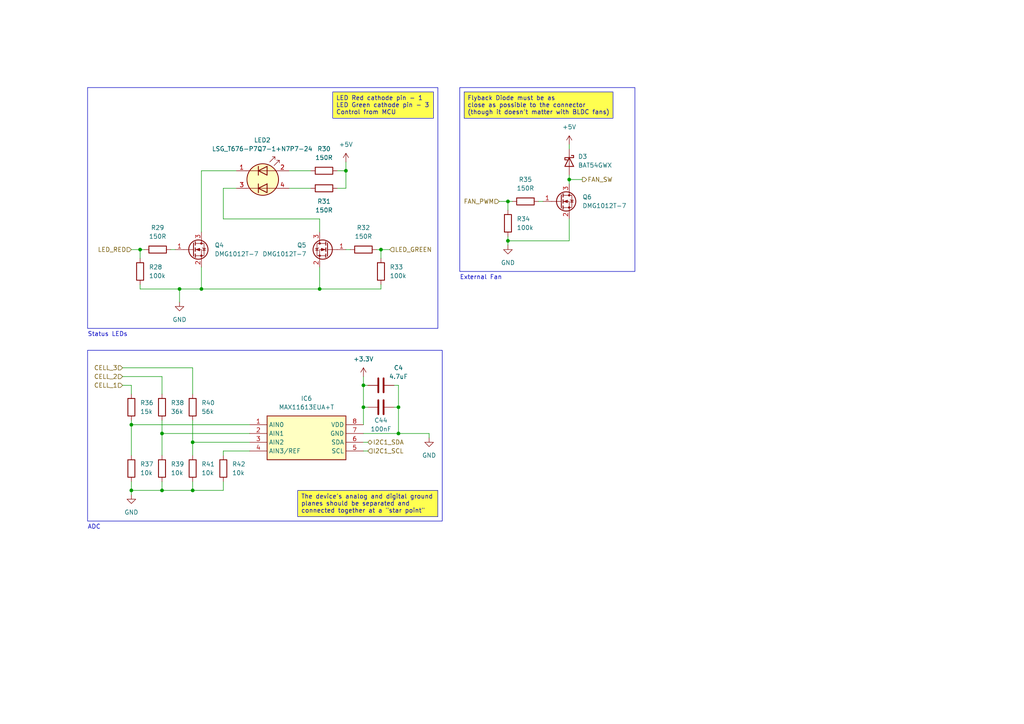
<source format=kicad_sch>
(kicad_sch (version 20230121) (generator eeschema)
  (paper "A4")
  (title_block (title "Additional Circuitry") (date "2024-01-27") (rev "1.0"))
  (lib_symbols
    (symbol "Device:C" (pin_numbers hide) (pin_names (offset 0.254))
      (property "Reference" "C" (at 0.635 2.54 0))
      (property "Value" "C" (at 0.635 -2.54 0))
      (symbol "C_0_1"
        (polyline (pts (xy -2.032 -0.762) (xy 2.032 -0.762)) (stroke (width 0.508)))
        (polyline (pts (xy -2.032 0.762) (xy 2.032 0.762)) (stroke (width 0.508)))
      )
      (symbol "C_1_1"
        (pin passive line (at 0 3.81 270) (length 2.794) (name "~") (number "1"))
        (pin passive line (at 0 -3.81 90) (length 2.794) (name "~") (number "2"))
      )
    )
    (symbol "Device:D_Schottky" (pin_numbers hide) (pin_names (offset 1.016) hide)
      (property "Reference" "D" (at 0 2.54 0))
      (property "Value" "D_Schottky" (at 0 -2.54 0))
      (symbol "D_Schottky_0_1"
        (polyline (pts (xy 1.27 0) (xy -1.27 0)))
        (polyline (pts (xy 1.27 1.27) (xy 1.27 -1.27) (xy -1.27 0) (xy 1.27 1.27)) (stroke (width 0.254)))
        (polyline (pts (xy -1.905 0.635) (xy -1.905 1.27) (xy -1.27 1.27) (xy -1.27 -1.27) (xy -0.635 -1.27) (xy -0.635 -0.635)) (stroke (width 0.254)))
      )
      (symbol "D_Schottky_1_1"
        (pin passive line (at -3.81 0 0) (length 2.54) (name "K") (number "1"))
        (pin passive line (at 3.81 0 180) (length 2.54) (name "A") (number "2"))
      )
    )
    (symbol "Device:LED_Dual_KAKA" (pin_names (offset 0) hide)
      (property "Reference" "D" (at 0 5.715 0))
      (property "Value" "LED_Dual_KAKA" (at 0 -6.35 0))
      (symbol "LED_Dual_KAKA_0_1"
        (polyline (pts (xy -5.08 -2.54) (xy 2.032 -2.54)))
        (polyline (pts (xy -5.08 2.54) (xy 2.032 2.54)))
        (polyline (pts (xy -1.27 -1.27) (xy -1.27 -3.81)) (stroke (width 0.254)))
        (polyline (pts (xy -1.27 3.81) (xy -1.27 1.27)) (stroke (width 0.254)))
        (polyline (pts (xy 3.81 -2.54) (xy 1.905 -2.54)))
        (polyline (pts (xy 3.81 2.54) (xy 1.905 2.54)))
        (polyline (pts (xy 1.27 -1.27) (xy 1.27 -3.81) (xy -1.27 -2.54) (xy 1.27 -1.27)) (stroke (width 0.254)))
        (polyline (pts (xy 1.27 3.81) (xy 1.27 1.27) (xy -1.27 2.54) (xy 1.27 3.81)) (stroke (width 0.254)))
        (polyline (pts (xy 2.032 5.08) (xy 3.556 6.604) (xy 2.794 6.604) (xy 3.556 6.604) (xy 3.556 5.842)))
        (polyline (pts (xy 3.302 4.064) (xy 4.826 5.588) (xy 4.064 5.588) (xy 4.826 5.588) (xy 4.826 4.826)))
        (circle (center 0 0) (radius 4.572) (stroke (width 0.254)) (fill (type background)))
      )
      (symbol "LED_Dual_KAKA_1_1"
        (pin input line (at -7.62 2.54 0) (length 3.048) (name "A1") (number "1"))
        (pin input line (at 7.62 2.54 180) (length 3.81) (name "K1") (number "2"))
        (pin input line (at -7.62 -2.54 0) (length 3.048) (name "A2") (number "3"))
        (pin input line (at 7.62 -2.54 180) (length 3.81) (name "K2") (number "4"))
      )
    )
    (symbol "Device:Q_NMOS_GSD" (pin_names (offset 0) hide)
      (property "Reference" "Q" (at 5.08 1.27 0))
      (property "Value" "Q_NMOS_GSD" (at 5.08 -1.27 0))
      (symbol "Q_NMOS_GSD_0_1"
        (polyline (pts (xy 0.254 0) (xy -2.54 0)))
        (polyline (pts (xy 0.254 1.905) (xy 0.254 -1.905)) (stroke (width 0.254)))
        (polyline (pts (xy 0.762 -1.27) (xy 0.762 -2.286)) (stroke (width 0.254)))
        (polyline (pts (xy 0.762 0.508) (xy 0.762 -0.508)) (stroke (width 0.254)))
        (polyline (pts (xy 0.762 2.286) (xy 0.762 1.27)) (stroke (width 0.254)))
        (polyline (pts (xy 2.54 2.54) (xy 2.54 1.778)))
        (polyline (pts (xy 2.54 -2.54) (xy 2.54 0) (xy 0.762 0)))
        (polyline (pts (xy 0.762 -1.778) (xy 3.302 -1.778) (xy 3.302 1.778) (xy 0.762 1.778)))
        (polyline (pts (xy 1.016 0) (xy 2.032 0.381) (xy 2.032 -0.381) (xy 1.016 0)) (fill (type outline)))
        (polyline (pts (xy 2.794 0.508) (xy 2.921 0.381) (xy 3.683 0.381) (xy 3.81 0.254)))
        (polyline (pts (xy 3.302 0.381) (xy 2.921 -0.254) (xy 3.683 -0.254) (xy 3.302 0.381)))
        (circle (center 1.651 0) (radius 2.794) (stroke (width 0.254)))
        (circle (center 2.54 -1.778) (radius 0.254) (fill (type outline)))
        (circle (center 2.54 1.778) (radius 0.254) (fill (type outline)))
      )
      (symbol "Q_NMOS_GSD_1_1"
        (pin input line (at -5.08 0 0) (length 2.54) (name "G") (number "1"))
        (pin passive line (at 2.54 -5.08 90) (length 2.54) (name "S") (number "2"))
        (pin passive line (at 2.54 5.08 270) (length 2.54) (name "D") (number "3"))
      )
    )
    (symbol "Device:R" (pin_numbers hide) (pin_names (offset 0))
      (property "Reference" "R" (at 2.032 0 90))
      (property "Value" "R" (at 0 0 90))
      (symbol "R_0_1"
        (rectangle (start -1.016 -2.54) (end 1.016 2.54) (stroke (width 0.254)))
      )
      (symbol "R_1_1"
        (pin passive line (at 0 3.81 270) (length 1.27) (name "~") (number "1"))
        (pin passive line (at 0 -3.81 90) (length 1.27) (name "~") (number "2"))
      )
    )
    (symbol "parts:MAX11613EUA+T"
      (property "Reference" "IC" (at 29.21 7.62 0))
      (property "Value" "MAX11613EUA+T" (at 29.21 5.08 0))
      (symbol "MAX11613EUA+T_1_1"
        (rectangle (start 5.08 2.54) (end 27.94 -10.16) (stroke (width 0.254)) (fill (type background)))
        (pin passive line (at 0 0 0) (length 5.08) (name "AIN0") (number "1"))
        (pin passive line (at 0 -2.54 0) (length 5.08) (name "AIN1") (number "2"))
        (pin passive line (at 0 -5.08 0) (length 5.08) (name "AIN2") (number "3"))
        (pin passive line (at 0 -7.62 0) (length 5.08) (name "AIN3/REF") (number "4"))
        (pin passive line (at 33.02 -7.62 180) (length 5.08) (name "SCL") (number "5"))
        (pin passive line (at 33.02 -5.08 180) (length 5.08) (name "SDA") (number "6"))
        (pin passive line (at 33.02 -2.54 180) (length 5.08) (name "GND") (number "7"))
        (pin passive line (at 33.02 0 180) (length 5.08) (name "VDD") (number "8"))
      )
    )
    (symbol "power:+3.3V" (power) (pin_names (offset 0))
      (property "Value" "+3.3V" (at 0 3.556 0))
      (symbol "+3.3V_0_1"
        (polyline (pts (xy -0.762 1.27) (xy 0 2.54)))
        (polyline (pts (xy 0 0) (xy 0 2.54)))
        (polyline (pts (xy 0 2.54) (xy 0.762 1.27)))
      )
      (symbol "+3.3V_1_1"
        (pin power_in line (at 0 0 90) (length 0) hide (name "+3.3V") (number "1"))
      )
    )
    (symbol "power:+5V" (power) (pin_names (offset 0))
      (property "Value" "+5V" (at 0 3.556 0))
      (symbol "+5V_0_1"
        (polyline (pts (xy -0.762 1.27) (xy 0 2.54)))
        (polyline (pts (xy 0 0) (xy 0 2.54)))
        (polyline (pts (xy 0 2.54) (xy 0.762 1.27)))
      )
      (symbol "+5V_1_1"
        (pin power_in line (at 0 0 90) (length 0) hide (name "+5V") (number "1"))
      )
    )
    (symbol "power:GND" (power) (pin_names (offset 0))
      (property "Value" "GND" (at 0 -3.81 0))
      (symbol "GND_0_1"
        (polyline (pts (xy 0 0) (xy 0 -1.27) (xy 1.27 -1.27) (xy 0 -2.54) (xy -1.27 -1.27) (xy 0 -1.27)))
      )
      (symbol "GND_1_1"
        (pin power_in line (at 0 0 270) (length 0) hide (name "GND") (number "1"))
      )
    )
  )
  (junction (at 55.88 142.24))
  (junction (at 38.1 142.24))
  (junction (at 52.07 83.82))
  (junction (at 46.99 125.73))
  (junction (at 55.88 128.27))
  (junction (at 40.64 72.39))
  (junction (at 46.99 142.24))
  (junction (at 110.49 72.39))
  (junction (at 92.71 83.82))
  (junction (at 147.32 69.85))
  (junction (at 105.41 118.11))
  (junction (at 38.1 123.19))
  (junction (at 100.33 49.53))
  (junction (at 105.41 111.76))
  (junction (at 147.32 58.42))
  (junction (at 58.42 83.82))
  (junction (at 165.1 52.07))
  (junction (at 115.57 125.73))
  (junction (at 115.57 118.11))
  (wire (pts (xy 105.41 128.27) (xy 106.68 128.27)))
  (wire (pts (xy 64.77 54.61) (xy 64.77 63.5)))
  (wire (pts (xy 40.64 82.55) (xy 40.64 83.82)))
  (wire (pts (xy 110.49 72.39) (xy 110.49 74.93)))
  (wire (pts (xy 92.71 77.47) (xy 92.71 83.82)))
  (wire (pts (xy 97.79 54.61) (xy 100.33 54.61)))
  (wire (pts (xy 114.3 111.76) (xy 115.57 111.76)))
  (wire (pts (xy 83.82 49.53) (xy 90.17 49.53)))
  (wire (pts (xy 92.71 83.82) (xy 110.49 83.82)))
  (wire (pts (xy 38.1 111.76) (xy 38.1 114.3)))
  (wire (pts (xy 106.68 118.11) (xy 105.41 118.11)))
  (wire (pts (xy 105.41 109.22) (xy 105.41 111.76)))
  (wire (pts (xy 147.32 68.58) (xy 147.32 69.85)))
  (wire (pts (xy 147.32 69.85) (xy 165.1 69.85)))
  (wire (pts (xy 38.1 142.24) (xy 38.1 143.51)))
  (wire (pts (xy 105.41 118.11) (xy 105.41 123.19)))
  (wire (pts (xy 46.99 139.7) (xy 46.99 142.24)))
  (wire (pts (xy 165.1 50.8) (xy 165.1 52.07)))
  (wire (pts (xy 64.77 139.7) (xy 64.77 142.24)))
  (wire (pts (xy 40.64 72.39) (xy 41.91 72.39)))
  (wire (pts (xy 105.41 111.76) (xy 106.68 111.76)))
  (wire (pts (xy 52.07 83.82) (xy 52.07 87.63)))
  (wire (pts (xy 110.49 82.55) (xy 110.49 83.82)))
  (wire (pts (xy 165.1 41.91) (xy 165.1 43.18)))
  (wire (pts (xy 58.42 77.47) (xy 58.42 83.82)))
  (wire (pts (xy 38.1 123.19) (xy 38.1 132.08)))
  (wire (pts (xy 55.88 128.27) (xy 72.39 128.27)))
  (wire (pts (xy 105.41 125.73) (xy 115.57 125.73)))
  (wire (pts (xy 156.21 58.42) (xy 157.48 58.42)))
  (wire (pts (xy 100.33 72.39) (xy 101.6 72.39)))
  (wire (pts (xy 165.1 52.07) (xy 165.1 53.34)))
  (wire (pts (xy 46.99 125.73) (xy 72.39 125.73)))
  (wire (pts (xy 92.71 63.5) (xy 92.71 67.31)))
  (wire (pts (xy 105.41 130.81) (xy 106.68 130.81)))
  (wire (pts (xy 115.57 111.76) (xy 115.57 118.11)))
  (wire (pts (xy 55.88 139.7) (xy 55.88 142.24)))
  (wire (pts (xy 68.58 54.61) (xy 64.77 54.61)))
  (wire (pts (xy 35.56 106.68) (xy 55.88 106.68)))
  (wire (pts (xy 165.1 52.07) (xy 168.91 52.07)))
  (wire (pts (xy 35.56 111.76) (xy 38.1 111.76)))
  (wire (pts (xy 46.99 121.92) (xy 46.99 125.73)))
  (wire (pts (xy 144.78 58.42) (xy 147.32 58.42)))
  (wire (pts (xy 115.57 118.11) (xy 115.57 125.73)))
  (wire (pts (xy 64.77 130.81) (xy 64.77 132.08)))
  (wire (pts (xy 55.88 121.92) (xy 55.88 128.27)))
  (wire (pts (xy 124.46 125.73) (xy 124.46 127)))
  (wire (pts (xy 115.57 125.73) (xy 124.46 125.73)))
  (wire (pts (xy 55.88 128.27) (xy 55.88 132.08)))
  (wire (pts (xy 68.58 49.53) (xy 58.42 49.53)))
  (wire (pts (xy 38.1 139.7) (xy 38.1 142.24)))
  (wire (pts (xy 55.88 106.68) (xy 55.88 114.3)))
  (wire (pts (xy 147.32 60.96) (xy 147.32 58.42)))
  (wire (pts (xy 46.99 142.24) (xy 38.1 142.24)))
  (wire (pts (xy 49.53 72.39) (xy 50.8 72.39)))
  (wire (pts (xy 64.77 142.24) (xy 55.88 142.24)))
  (wire (pts (xy 58.42 49.53) (xy 58.42 67.31)))
  (wire (pts (xy 114.3 118.11) (xy 115.57 118.11)))
  (wire (pts (xy 38.1 72.39) (xy 40.64 72.39)))
  (wire (pts (xy 147.32 69.85) (xy 147.32 71.12)))
  (wire (pts (xy 35.56 109.22) (xy 46.99 109.22)))
  (wire (pts (xy 100.33 54.61) (xy 100.33 49.53)))
  (wire (pts (xy 147.32 58.42) (xy 148.59 58.42)))
  (wire (pts (xy 105.41 111.76) (xy 105.41 118.11)))
  (wire (pts (xy 110.49 72.39) (xy 113.03 72.39)))
  (wire (pts (xy 55.88 142.24) (xy 46.99 142.24)))
  (wire (pts (xy 52.07 83.82) (xy 58.42 83.82)))
  (wire (pts (xy 100.33 46.99) (xy 100.33 49.53)))
  (wire (pts (xy 40.64 74.93) (xy 40.64 72.39)))
  (wire (pts (xy 165.1 69.85) (xy 165.1 63.5)))
  (wire (pts (xy 40.64 83.82) (xy 52.07 83.82)))
  (wire (pts (xy 46.99 125.73) (xy 46.99 132.08)))
  (wire (pts (xy 58.42 83.82) (xy 92.71 83.82)))
  (wire (pts (xy 46.99 109.22) (xy 46.99 114.3)))
  (wire (pts (xy 64.77 63.5) (xy 92.71 63.5)))
  (wire (pts (xy 109.22 72.39) (xy 110.49 72.39)))
  (wire (pts (xy 38.1 123.19) (xy 72.39 123.19)))
  (wire (pts (xy 100.33 49.53) (xy 97.79 49.53)))
  (wire (pts (xy 83.82 54.61) (xy 90.17 54.61)))
  (wire (pts (xy 72.39 130.81) (xy 64.77 130.81)))
  (wire (pts (xy 38.1 121.92) (xy 38.1 123.19)))
  (rectangle (start 25.4 25.4) (end 127 95.25))
  (rectangle (start 133.35 25.4) (end 184.15 78.74))
  (rectangle (start 25.4 101.6) (end 128.27 151.13))
  (text_box "Flyback Diode must be as\nclose as possible to the connector\n(though it doesn't matter with BLDC fans)" (at 134.62 26.67 0) (size 43.18 7.62) (fill (type color) (color 255 255 80 1)) (effects (font (size 1.27 1.27)) (justify left top)))
  (text_box "LED Red cathode pin - 1\nLED Green cathode pin - 3\nControl from MCU" (at 96.52 26.67 0) (size 29.21 7.62) (fill (type color) (color 255 255 80 1)) (effects (font (size 1.27 1.27)) (justify left top)))
  (text_box "The device's analog and digital ground planes should be separated and connected together at a \"star point\"" (at 86.36 142.24 0) (size 40.64 7.62) (fill (type color) (color 255 255 80 1)) (effects (font (size 1.27 1.27)) (justify left top)))
  (text "External Fan" (at 133.35 81.28 0) (effects (font (size 1.27 1.27)) (justify left bottom)))
  (text "Status LEDs" (at 25.4 97.79 0) (effects (font (size 1.27 1.27)) (justify left bottom)))
  (text "ADC" (at 25.4 153.67 0) (effects (font (size 1.27 1.27)) (justify left bottom)))
  (hierarchical_label "CELL_3" (shape input) (at 35.56 106.68 180))
  (hierarchical_label "LED_RED" (shape input) (at 38.1 72.39 180))
  (hierarchical_label "FAN_PWM" (shape input) (at 144.78 58.42 180))
  (hierarchical_label "FAN_SW" (shape output) (at 168.91 52.07 0))
  (hierarchical_label "CELL_2" (shape input) (at 35.56 109.22 180))
  (hierarchical_label "I2C1_SCL" (shape input) (at 106.68 130.81 0))
  (hierarchical_label "I2C1_SDA" (shape bidirectional) (at 106.68 128.27 0))
  (hierarchical_label "CELL_1" (shape input) (at 35.56 111.76 180))
  (hierarchical_label "LED_GREEN" (shape input) (at 113.03 72.39 0))
  (symbol (lib_id "power:GND") (at 147.32 71.12 0) (unit 1)
    (property "Reference" "#PWR0158" (effects hide))
    (property "Value" "GND" (at 147.32 76.2 0))
  )
  (symbol (lib_id "Device:R") (at 93.98 54.61 90) (unit 1)
    (property "Reference" "R31" (at 93.98 58.42 90))
    (property "Value" "150R" (at 93.98 60.96 90))
    (property "Footprint" "Resistor_SMD:R_0603_1608Metric" (effects hide))
  )
  (symbol (lib_id "Device:Q_NMOS_GSD") (at 95.25 72.39 0) (mirror y) (unit 1)
    (property "Reference" "Q5" (at 88.9 71.12 0) (effects (justify left)))
    (property "Value" "DMG1012T-7" (at 88.9 73.66 0) (effects (justify left)))
    (property "Footprint" "parts:SOT50P160X80-3N" (effects hide))
  )
  (symbol (lib_id "Device:R") (at 38.1 118.11 0) (unit 1)
    (property "Reference" "R36" (at 40.64 116.84 0) (effects (justify left)))
    (property "Value" "15k" (at 40.64 119.38 0) (effects (justify left)))
    (property "Footprint" "Resistor_SMD:R_0603_1608Metric" (effects hide))
  )
  (symbol (lib_id "power:+5V") (at 165.1 41.91 0) (unit 1)
    (property "Reference" "#PWR0159" (effects hide))
    (property "Value" "+5V" (at 165.1 36.83 0))
  )
  (symbol (lib_id "Device:R") (at 110.49 78.74 0) (unit 1)
    (property "Reference" "R33" (at 113.03 77.47 0) (effects (justify left)))
    (property "Value" "100k" (at 113.03 80.01 0) (effects (justify left)))
    (property "Footprint" "Resistor_SMD:R_0603_1608Metric" (effects hide))
  )
  (symbol (lib_id "Device:R") (at 55.88 135.89 0) (unit 1)
    (property "Reference" "R41" (at 58.42 134.62 0) (effects (justify left)))
    (property "Value" "10k" (at 58.42 137.16 0) (effects (justify left)))
    (property "Footprint" "Resistor_SMD:R_0603_1608Metric" (effects hide))
  )
  (symbol (lib_id "Device:R") (at 46.99 118.11 0) (unit 1)
    (property "Reference" "R38" (at 49.53 116.84 0) (effects (justify left)))
    (property "Value" "36k" (at 49.53 119.38 0) (effects (justify left)))
    (property "Footprint" "Resistor_SMD:R_0603_1608Metric" (effects hide))
  )
  (symbol (lib_id "power:+3.3V") (at 105.41 109.22 0) (unit 1)
    (property "Reference" "#PWR0154" (effects hide))
    (property "Value" "+3.3V" (at 105.41 104.14 0))
  )
  (symbol (lib_id "power:GND") (at 52.07 87.63 0) (unit 1)
    (property "Reference" "#PWR0157" (effects hide))
    (property "Value" "GND" (at 52.07 92.71 0))
  )
  (symbol (lib_id "Device:Q_NMOS_GSD") (at 55.88 72.39 0) (unit 1)
    (property "Reference" "Q4" (at 62.23 71.12 0) (effects (justify left)))
    (property "Value" "DMG1012T-7" (at 62.23 73.66 0) (effects (justify left)))
    (property "Footprint" "parts:SOT50P160X80-3N" (effects hide))
  )
  (symbol (lib_id "Device:R") (at 55.88 118.11 0) (unit 1)
    (property "Reference" "R40" (at 58.42 116.84 0) (effects (justify left)))
    (property "Value" "56k" (at 58.42 119.38 0) (effects (justify left)))
    (property "Footprint" "Resistor_SMD:R_0603_1608Metric" (effects hide))
  )
  (symbol (lib_id "Device:R") (at 105.41 72.39 90) (unit 1)
    (property "Reference" "R32" (at 105.41 66.04 90))
    (property "Value" "150R" (at 105.41 68.58 90))
    (property "Footprint" "Resistor_SMD:R_0603_1608Metric" (effects hide))
  )
  (symbol (lib_id "Device:D_Schottky") (at 165.1 46.99 270) (unit 1)
    (property "Reference" "D3" (at 167.64 45.4025 90) (effects (justify left)))
    (property "Value" "BAT54GWX" (at 167.64 47.9425 90) (effects (justify left)))
    (property "Footprint" "parts:SOD123" (effects hide))
  )
  (symbol (lib_id "power:GND") (at 124.46 127 0) (unit 1)
    (property "Reference" "#PWR0155" (effects hide))
    (property "Value" "GND" (at 124.46 132.08 0))
  )
  (symbol (lib_id "power:GND") (at 38.1 143.51 0) (unit 1)
    (property "Reference" "#PWR0153" (effects hide))
    (property "Value" "GND" (at 38.1 148.59 0))
  )
  (symbol (lib_id "Device:R") (at 93.98 49.53 90) (unit 1)
    (property "Reference" "R30" (at 93.98 43.18 90))
    (property "Value" "150R" (at 93.98 45.72 90))
    (property "Footprint" "Resistor_SMD:R_0603_1608Metric" (effects hide))
  )
  (symbol (lib_id "Device:LED_Dual_KAKA") (at 76.2 52.07 0) (unit 1)
    (property "Reference" "LED2" (at 76.073 40.64 0))
    (property "Value" "LSG_T676-P7Q7-1+N7P7-24" (at 76.073 43.18 0))
    (property "Footprint" "parts:LSGT676P7Q71N7P724" (effects hide))
  )
  (symbol (lib_id "Device:C") (at 110.49 118.11 90) (unit 1)
    (property "Reference" "C44" (at 110.49 121.92 90))
    (property "Value" "100nF" (at 110.49 124.46 90))
    (property "Footprint" "Capacitor_SMD:C_0603_1608Metric" (effects hide))
  )
  (symbol (lib_id "Device:Q_NMOS_GSD") (at 162.56 58.42 0) (unit 1)
    (property "Reference" "Q6" (at 168.91 57.15 0) (effects (justify left)))
    (property "Value" "DMG1012T-7" (at 168.91 59.69 0) (effects (justify left)))
    (property "Footprint" "parts:SOT50P160X80-3N" (effects hide))
  )
  (symbol (lib_id "Device:R") (at 152.4 58.42 90) (unit 1)
    (property "Reference" "R35" (at 152.4 52.07 90))
    (property "Value" "150R" (at 152.4 54.61 90))
    (property "Footprint" "Resistor_SMD:R_0603_1608Metric" (effects hide))
  )
  (symbol (lib_id "power:+5V") (at 100.33 46.99 0) (unit 1)
    (property "Reference" "#PWR0156" (effects hide))
    (property "Value" "+5V" (at 100.33 41.91 0))
  )
  (symbol (lib_id "Device:R") (at 38.1 135.89 0) (unit 1)
    (property "Reference" "R37" (at 40.64 134.62 0) (effects (justify left)))
    (property "Value" "10k" (at 40.64 137.16 0) (effects (justify left)))
    (property "Footprint" "Resistor_SMD:R_0603_1608Metric" (effects hide))
  )
  (symbol (lib_id "parts:MAX11613EUA+T") (at 72.39 123.19 0) (unit 1)
    (property "Reference" "IC6" (at 88.9 115.57 0))
    (property "Value" "MAX11613EUA+T" (at 88.9 118.11 0))
    (property "Footprint" "parts:SOP65P490X110-8N" (effects hide))
    (property "Datasheet" "http://componentsearchengine.com/Datasheets/1/MAX11613EUA+T.pdf" (effects hide))
    (property "Height" "1.1" (effects hide))
    (property "Mouser Part Number" "700-MAX11613EUA+T" (effects hide))
    (property "Mouser Price/Stock" "https://www.mouser.co.uk/ProductDetail/Analog-Devices-Maxim-Integrated/MAX11613EUA%2bT?qs=d3kjJb5aE2Yh9e8LMjtS%252Bw%3D%3D" (effects hide))
    (property "Manufacturer_Name" "Analog Devices" (effects hide))
    (property "Manufacturer_Part_Number" "MAX11613EUA+T" (effects hide))
  )
  (symbol (lib_id "Device:R") (at 46.99 135.89 0) (unit 1)
    (property "Reference" "R39" (at 49.53 134.62 0) (effects (justify left)))
    (property "Value" "10k" (at 49.53 137.16 0) (effects (justify left)))
    (property "Footprint" "Resistor_SMD:R_0603_1608Metric" (effects hide))
  )
  (symbol (lib_id "Device:R") (at 45.72 72.39 90) (unit 1)
    (property "Reference" "R29" (at 45.72 66.04 90))
    (property "Value" "150R" (at 45.72 68.58 90))
    (property "Footprint" "Resistor_SMD:R_0603_1608Metric" (effects hide))
  )
  (symbol (lib_id "Device:C") (at 110.49 111.76 90) (unit 1)
    (property "Reference" "C4" (at 115.57 106.68 90))
    (property "Value" "4.7uF" (at 115.57 109.22 90))
    (property "Footprint" "Capacitor_SMD:C_0805_2012Metric" (effects hide))
    (property "Datasheet" "https://www.mouser.pl/datasheet/2/585/MLCC-1837944.pdf" (effects hide))
    (instances (project "rpiboard_minirys" (path "" (reference "C4") (unit 1)) (path "" (reference "C3") (unit 1)) (path "" (reference "C43") (unit 1))))
  )
  (symbol (lib_id "Device:R") (at 40.64 78.74 180) (unit 1)
    (property "Reference" "R28" (at 43.18 77.47 0) (effects (justify right)))
    (property "Value" "100k" (at 43.18 80.01 0) (effects (justify right)))
    (property "Footprint" "Resistor_SMD:R_0603_1608Metric" (effects hide))
  )
  (symbol (lib_id "Device:R") (at 147.32 64.77 0) (unit 1)
    (property "Reference" "R34" (at 149.86 63.5 0) (effects (justify left)))
    (property "Value" "100k" (at 149.86 66.04 0) (effects (justify left)))
    (property "Footprint" "Resistor_SMD:R_0603_1608Metric" (effects hide))
  )
  (symbol (lib_id "Device:R") (at 64.77 135.89 0) (unit 1)
    (property "Reference" "R42" (at 67.31 134.62 0) (effects (justify left)))
    (property "Value" "10k" (at 67.31 137.16 0) (effects (justify left)))
    (property "Footprint" "Resistor_SMD:R_0603_1608Metric" (effects hide))
  )
)
</source>
